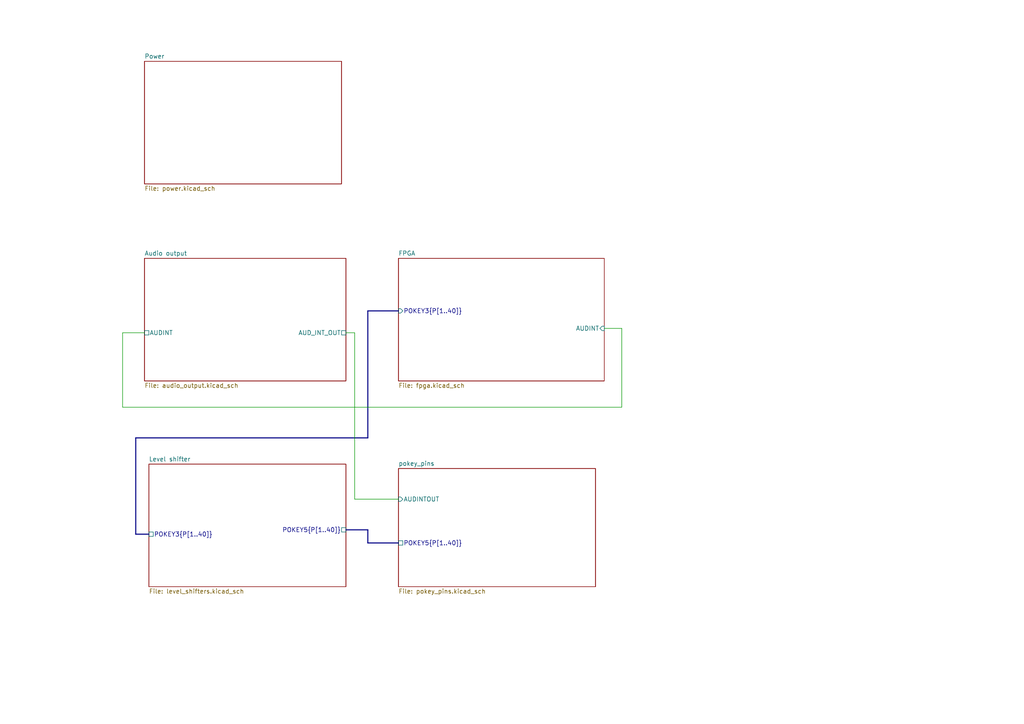
<source format=kicad_sch>
(kicad_sch
	(version 20250114)
	(generator "eeschema")
	(generator_version "9.0")
	(uuid "f8f92944-710a-49a0-a698-f840e5f20e15")
	(paper "A4")
	(lib_symbols)
	(wire
		(pts
			(xy 35.56 118.11) (xy 180.34 118.11)
		)
		(stroke
			(width 0)
			(type default)
		)
		(uuid "054503a3-5423-4a34-a505-b789d42eed42")
	)
	(wire
		(pts
			(xy 102.87 96.52) (xy 102.87 144.78)
		)
		(stroke
			(width 0)
			(type default)
		)
		(uuid "12346169-f42b-44bc-956d-dc9cc5b58e92")
	)
	(bus
		(pts
			(xy 106.68 90.17) (xy 115.57 90.17)
		)
		(stroke
			(width 0)
			(type default)
		)
		(uuid "1edf23a9-516d-4020-94eb-a5b1d96e84db")
	)
	(bus
		(pts
			(xy 106.68 157.48) (xy 106.68 153.67)
		)
		(stroke
			(width 0)
			(type default)
		)
		(uuid "2f38b76e-69e2-4490-a1a4-c2bc06402e8b")
	)
	(bus
		(pts
			(xy 39.37 127) (xy 106.68 127)
		)
		(stroke
			(width 0)
			(type default)
		)
		(uuid "52af45ff-b3f0-48e5-b53d-361f74883509")
	)
	(bus
		(pts
			(xy 43.18 154.94) (xy 39.37 154.94)
		)
		(stroke
			(width 0)
			(type default)
		)
		(uuid "5f9c627a-3531-425b-a5ea-aa37253f919a")
	)
	(bus
		(pts
			(xy 39.37 127) (xy 39.37 154.94)
		)
		(stroke
			(width 0)
			(type default)
		)
		(uuid "640f65c7-0668-4c02-9f56-ccb837dbaedf")
	)
	(wire
		(pts
			(xy 180.34 95.25) (xy 175.26 95.25)
		)
		(stroke
			(width 0)
			(type default)
		)
		(uuid "8ff809e9-c002-45e8-8b5f-0eaab4b1f0a1")
	)
	(bus
		(pts
			(xy 106.68 153.67) (xy 100.33 153.67)
		)
		(stroke
			(width 0)
			(type default)
		)
		(uuid "9276822a-256b-40a6-a692-bad2ba49446e")
	)
	(wire
		(pts
			(xy 180.34 118.11) (xy 180.34 95.25)
		)
		(stroke
			(width 0)
			(type default)
		)
		(uuid "bbf21d1a-0f17-494e-b65b-e15d94587a58")
	)
	(wire
		(pts
			(xy 35.56 96.52) (xy 35.56 118.11)
		)
		(stroke
			(width 0)
			(type default)
		)
		(uuid "ccd311f9-8a1b-452f-aa57-2e75d6a5e229")
	)
	(wire
		(pts
			(xy 41.91 96.52) (xy 35.56 96.52)
		)
		(stroke
			(width 0)
			(type default)
		)
		(uuid "d3610b34-285b-4f6f-bba1-ec2ec84b656c")
	)
	(bus
		(pts
			(xy 106.68 127) (xy 106.68 90.17)
		)
		(stroke
			(width 0)
			(type default)
		)
		(uuid "d3ba9c01-e75a-4692-bf49-0efea6a251e7")
	)
	(wire
		(pts
			(xy 102.87 144.78) (xy 115.57 144.78)
		)
		(stroke
			(width 0)
			(type default)
		)
		(uuid "e0c0ebee-23ee-42b5-8971-4db0c226e695")
	)
	(wire
		(pts
			(xy 100.33 96.52) (xy 102.87 96.52)
		)
		(stroke
			(width 0)
			(type default)
		)
		(uuid "e28c0d98-78fc-4eb2-903c-d0cef0e18bf5")
	)
	(bus
		(pts
			(xy 115.57 157.48) (xy 106.68 157.48)
		)
		(stroke
			(width 0)
			(type default)
		)
		(uuid "e9b46ba3-7642-4be6-9603-2ea67283b9a8")
	)
	(sheet
		(at 115.57 135.89)
		(size 57.15 34.29)
		(exclude_from_sim no)
		(in_bom yes)
		(on_board yes)
		(dnp no)
		(fields_autoplaced yes)
		(stroke
			(width 0.1524)
			(type solid)
		)
		(fill
			(color 0 0 0 0.0000)
		)
		(uuid "473fb442-f6a6-4f3e-b077-9a313beb11d5")
		(property "Sheetname" "pokey_pins"
			(at 115.57 135.1784 0)
			(effects
				(font
					(size 1.27 1.27)
				)
				(justify left bottom)
			)
		)
		(property "Sheetfile" "pokey_pins.kicad_sch"
			(at 115.57 170.7646 0)
			(effects
				(font
					(size 1.27 1.27)
				)
				(justify left top)
			)
		)
		(pin "AUDINTOUT" input
			(at 115.57 144.78 180)
			(uuid "158a2f95-6873-4a5e-b629-78af387aa6d3")
			(effects
				(font
					(size 1.27 1.27)
				)
				(justify left)
			)
		)
		(pin "POKEY5{P[1..40]}" passive
			(at 115.57 157.48 180)
			(uuid "43cdfbef-8a1b-436b-a054-b81532a2a7d9")
			(effects
				(font
					(size 1.27 1.27)
				)
				(justify left)
			)
		)
		(instances
			(project "pokeymin1"
				(path "/f8f92944-710a-49a0-a698-f840e5f20e15"
					(page "7")
				)
			)
		)
	)
	(sheet
		(at 41.91 74.93)
		(size 58.42 35.56)
		(exclude_from_sim no)
		(in_bom yes)
		(on_board yes)
		(dnp no)
		(fields_autoplaced yes)
		(stroke
			(width 0.1524)
			(type solid)
		)
		(fill
			(color 0 0 0 0.0000)
		)
		(uuid "82ba8f9b-a44c-4965-afdf-636054a8ceef")
		(property "Sheetname" "Audio output"
			(at 41.91 74.2184 0)
			(effects
				(font
					(size 1.27 1.27)
				)
				(justify left bottom)
			)
		)
		(property "Sheetfile" "audio_output.kicad_sch"
			(at 41.91 111.0746 0)
			(effects
				(font
					(size 1.27 1.27)
				)
				(justify left top)
			)
		)
		(pin "AUD_INT_OUT" passive
			(at 100.33 96.52 0)
			(uuid "e1d1fc6b-3e88-424a-8d27-263f7ca9cdda")
			(effects
				(font
					(size 1.27 1.27)
				)
				(justify right)
			)
		)
		(pin "AUDINT" passive
			(at 41.91 96.52 180)
			(uuid "01f92669-8aa8-4ba2-a061-d6fb25fb4b0d")
			(effects
				(font
					(size 1.27 1.27)
				)
				(justify left)
			)
		)
		(instances
			(project "pokeymin1"
				(path "/f8f92944-710a-49a0-a698-f840e5f20e15"
					(page "3")
				)
			)
		)
	)
	(sheet
		(at 43.18 134.62)
		(size 57.15 35.56)
		(exclude_from_sim no)
		(in_bom yes)
		(on_board yes)
		(dnp no)
		(fields_autoplaced yes)
		(stroke
			(width 0.1524)
			(type solid)
		)
		(fill
			(color 0 0 0 0.0000)
		)
		(uuid "9960f3de-f40f-4029-80a8-5406de02e1f2")
		(property "Sheetname" "Level shifter"
			(at 43.18 133.9084 0)
			(effects
				(font
					(size 1.27 1.27)
				)
				(justify left bottom)
			)
		)
		(property "Sheetfile" "level_shifters.kicad_sch"
			(at 43.18 170.7646 0)
			(effects
				(font
					(size 1.27 1.27)
				)
				(justify left top)
			)
		)
		(pin "POKEY3{P[1..40]}" passive
			(at 43.18 154.94 180)
			(uuid "30c43eaa-d54a-4495-b2a8-dbaa067b7884")
			(effects
				(font
					(size 1.27 1.27)
				)
				(justify left)
			)
		)
		(pin "POKEY5{P[1..40]}" passive
			(at 100.33 153.67 0)
			(uuid "1e556a9f-1280-4851-b749-df957ac26d7b")
			(effects
				(font
					(size 1.27 1.27)
				)
				(justify right)
			)
		)
		(instances
			(project "pokeymin1"
				(path "/f8f92944-710a-49a0-a698-f840e5f20e15"
					(page "2")
				)
			)
		)
	)
	(sheet
		(at 41.91 17.78)
		(size 57.15 35.56)
		(exclude_from_sim no)
		(in_bom yes)
		(on_board yes)
		(dnp no)
		(fields_autoplaced yes)
		(stroke
			(width 0.1524)
			(type solid)
		)
		(fill
			(color 0 0 0 0.0000)
		)
		(uuid "b3c63cf3-5aec-4ac7-b511-941f39b58d95")
		(property "Sheetname" "Power"
			(at 41.91 17.0684 0)
			(effects
				(font
					(size 1.27 1.27)
				)
				(justify left bottom)
			)
		)
		(property "Sheetfile" "power.kicad_sch"
			(at 41.91 53.9246 0)
			(effects
				(font
					(size 1.27 1.27)
				)
				(justify left top)
			)
		)
		(instances
			(project "pokeymin1"
				(path "/f8f92944-710a-49a0-a698-f840e5f20e15"
					(page "5")
				)
			)
		)
	)
	(sheet
		(at 115.57 74.93)
		(size 59.69 35.56)
		(exclude_from_sim no)
		(in_bom yes)
		(on_board yes)
		(dnp no)
		(fields_autoplaced yes)
		(stroke
			(width 0.1524)
			(type solid)
		)
		(fill
			(color 0 0 0 0.0000)
		)
		(uuid "ca19021e-142b-41f4-aacf-17c21d0aabf5")
		(property "Sheetname" "FPGA"
			(at 115.57 74.2184 0)
			(effects
				(font
					(size 1.27 1.27)
				)
				(justify left bottom)
			)
		)
		(property "Sheetfile" "fpga.kicad_sch"
			(at 115.57 111.0746 0)
			(effects
				(font
					(size 1.27 1.27)
				)
				(justify left top)
			)
		)
		(pin "AUDINT" input
			(at 175.26 95.25 0)
			(uuid "69c3a79d-332e-4a1c-b0c4-d96238a7071c")
			(effects
				(font
					(size 1.27 1.27)
				)
				(justify right)
			)
		)
		(pin "POKEY3{P[1..40]}" input
			(at 115.57 90.17 180)
			(uuid "4f9a2519-4627-4bb1-93db-f04ccc3d1892")
			(effects
				(font
					(size 1.27 1.27)
				)
				(justify left)
			)
		)
		(instances
			(project "pokeymin1"
				(path "/f8f92944-710a-49a0-a698-f840e5f20e15"
					(page "4")
				)
			)
		)
	)
	(sheet_instances
		(path "/"
			(page "1")
		)
	)
	(embedded_fonts no)
)

</source>
